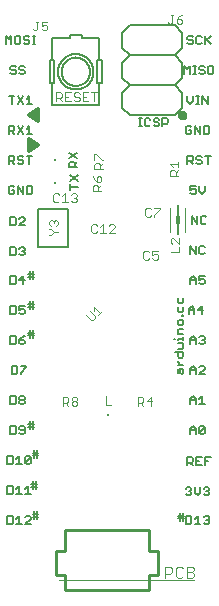
<source format=gbr>
G04 EAGLE Gerber RS-274X export*
G75*
%MOMM*%
%FSLAX34Y34*%
%LPD*%
%INSilkscreen Top*%
%IPPOS*%
%AMOC8*
5,1,8,0,0,1.08239X$1,22.5*%
G01*
%ADD10C,0.304800*%
%ADD11C,0.406400*%
%ADD12C,0.127000*%
%ADD13C,0.050800*%
%ADD14C,0.254000*%
%ADD15C,0.076200*%
%ADD16C,0.152400*%
%ADD17C,0.070000*%
%ADD18R,0.300000X0.700000*%
%ADD19R,0.200000X0.200000*%


D10*
X30480Y388620D02*
X22860Y393700D01*
X30480Y398780D01*
X30480Y388620D01*
X22860Y373380D02*
X30226Y368300D01*
X22860Y373380D02*
X22860Y363220D01*
X30226Y368300D01*
D11*
X27432Y392684D02*
X27432Y394716D01*
X25908Y369316D02*
X25908Y367538D01*
X150604Y393700D02*
X150606Y393784D01*
X150612Y393868D01*
X150622Y393952D01*
X150635Y394035D01*
X150653Y394117D01*
X150675Y394199D01*
X150700Y394279D01*
X150729Y394358D01*
X150762Y394436D01*
X150798Y394512D01*
X150838Y394586D01*
X150881Y394658D01*
X150927Y394728D01*
X150977Y394796D01*
X151030Y394862D01*
X151086Y394925D01*
X151145Y394985D01*
X151207Y395042D01*
X151271Y395097D01*
X151338Y395148D01*
X151407Y395196D01*
X151478Y395241D01*
X151551Y395283D01*
X151626Y395321D01*
X151703Y395355D01*
X151781Y395386D01*
X151861Y395413D01*
X151942Y395437D01*
X152024Y395456D01*
X152107Y395472D01*
X152190Y395484D01*
X152274Y395492D01*
X152358Y395496D01*
X152442Y395496D01*
X152526Y395492D01*
X152610Y395484D01*
X152693Y395472D01*
X152776Y395456D01*
X152858Y395437D01*
X152939Y395413D01*
X153019Y395386D01*
X153097Y395355D01*
X153174Y395321D01*
X153249Y395283D01*
X153322Y395241D01*
X153393Y395196D01*
X153462Y395148D01*
X153529Y395097D01*
X153593Y395042D01*
X153655Y394985D01*
X153714Y394925D01*
X153770Y394862D01*
X153823Y394796D01*
X153873Y394728D01*
X153919Y394658D01*
X153962Y394586D01*
X154002Y394512D01*
X154038Y394436D01*
X154071Y394358D01*
X154100Y394279D01*
X154125Y394199D01*
X154147Y394117D01*
X154165Y394035D01*
X154178Y393952D01*
X154188Y393868D01*
X154194Y393784D01*
X154196Y393700D01*
X154194Y393616D01*
X154188Y393532D01*
X154178Y393448D01*
X154165Y393365D01*
X154147Y393283D01*
X154125Y393201D01*
X154100Y393121D01*
X154071Y393042D01*
X154038Y392964D01*
X154002Y392888D01*
X153962Y392814D01*
X153919Y392742D01*
X153873Y392672D01*
X153823Y392604D01*
X153770Y392538D01*
X153714Y392475D01*
X153655Y392415D01*
X153593Y392358D01*
X153529Y392303D01*
X153462Y392252D01*
X153393Y392204D01*
X153322Y392159D01*
X153249Y392117D01*
X153174Y392079D01*
X153097Y392045D01*
X153019Y392014D01*
X152939Y391987D01*
X152858Y391963D01*
X152776Y391944D01*
X152693Y391928D01*
X152610Y391916D01*
X152526Y391908D01*
X152442Y391904D01*
X152358Y391904D01*
X152274Y391908D01*
X152190Y391916D01*
X152107Y391928D01*
X152024Y391944D01*
X151942Y391963D01*
X151861Y391987D01*
X151781Y392014D01*
X151703Y392045D01*
X151626Y392079D01*
X151551Y392117D01*
X151478Y392159D01*
X151407Y392204D01*
X151338Y392252D01*
X151271Y392303D01*
X151207Y392358D01*
X151145Y392415D01*
X151086Y392475D01*
X151030Y392538D01*
X150977Y392604D01*
X150927Y392672D01*
X150881Y392742D01*
X150838Y392814D01*
X150798Y392888D01*
X150762Y392964D01*
X150729Y393042D01*
X150700Y393121D01*
X150675Y393201D01*
X150653Y393283D01*
X150635Y393365D01*
X150622Y393448D01*
X150612Y393532D01*
X150606Y393616D01*
X150604Y393700D01*
D12*
X8003Y403225D02*
X8003Y410089D01*
X5715Y410089D02*
X10291Y410089D01*
X13199Y410089D02*
X17775Y403225D01*
X13199Y403225D02*
X17775Y410089D01*
X20683Y407801D02*
X22971Y410089D01*
X22971Y403225D01*
X20683Y403225D02*
X25259Y403225D01*
X5715Y384689D02*
X5715Y377825D01*
X5715Y384689D02*
X9147Y384689D01*
X10291Y383545D01*
X10291Y381257D01*
X9147Y380113D01*
X5715Y380113D01*
X8003Y380113D02*
X10291Y377825D01*
X13199Y384689D02*
X17775Y377825D01*
X13199Y377825D02*
X17775Y384689D01*
X20683Y382401D02*
X22971Y384689D01*
X22971Y377825D01*
X20683Y377825D02*
X25259Y377825D01*
X5715Y359289D02*
X5715Y352425D01*
X5715Y359289D02*
X9147Y359289D01*
X10291Y358145D01*
X10291Y355857D01*
X9147Y354713D01*
X5715Y354713D01*
X8003Y354713D02*
X10291Y352425D01*
X16631Y359289D02*
X17775Y358145D01*
X16631Y359289D02*
X14343Y359289D01*
X13199Y358145D01*
X13199Y357001D01*
X14343Y355857D01*
X16631Y355857D01*
X17775Y354713D01*
X17775Y353569D01*
X16631Y352425D01*
X14343Y352425D01*
X13199Y353569D01*
X22971Y352425D02*
X22971Y359289D01*
X20683Y359289D02*
X25259Y359289D01*
X9147Y333889D02*
X10291Y332745D01*
X9147Y333889D02*
X6859Y333889D01*
X5715Y332745D01*
X5715Y328169D01*
X6859Y327025D01*
X9147Y327025D01*
X10291Y328169D01*
X10291Y330457D01*
X8003Y330457D01*
X13199Y327025D02*
X13199Y333889D01*
X17775Y327025D01*
X17775Y333889D01*
X20683Y333889D02*
X20683Y327025D01*
X24115Y327025D01*
X25259Y328169D01*
X25259Y332745D01*
X24115Y333889D01*
X20683Y333889D01*
X6985Y307219D02*
X6985Y300355D01*
X10417Y300355D01*
X11561Y301499D01*
X11561Y306075D01*
X10417Y307219D01*
X6985Y307219D01*
X14469Y300355D02*
X19045Y300355D01*
X14469Y300355D02*
X19045Y304931D01*
X19045Y306075D01*
X17901Y307219D01*
X15613Y307219D01*
X14469Y306075D01*
X6985Y281819D02*
X6985Y274955D01*
X10417Y274955D01*
X11561Y276099D01*
X11561Y280675D01*
X10417Y281819D01*
X6985Y281819D01*
X14469Y280675D02*
X15613Y281819D01*
X17901Y281819D01*
X19045Y280675D01*
X19045Y279531D01*
X17901Y278387D01*
X16757Y278387D01*
X17901Y278387D02*
X19045Y277243D01*
X19045Y276099D01*
X17901Y274955D01*
X15613Y274955D01*
X14469Y276099D01*
X6985Y257689D02*
X6985Y250825D01*
X10417Y250825D01*
X11561Y251969D01*
X11561Y256545D01*
X10417Y257689D01*
X6985Y257689D01*
X17901Y257689D02*
X17901Y250825D01*
X14469Y254257D02*
X17901Y257689D01*
X19045Y254257D02*
X14469Y254257D01*
X6985Y232289D02*
X6985Y225425D01*
X10417Y225425D01*
X11561Y226569D01*
X11561Y231145D01*
X10417Y232289D01*
X6985Y232289D01*
X14469Y232289D02*
X19045Y232289D01*
X14469Y232289D02*
X14469Y228857D01*
X16757Y230001D01*
X17901Y230001D01*
X19045Y228857D01*
X19045Y226569D01*
X17901Y225425D01*
X15613Y225425D01*
X14469Y226569D01*
X6985Y206889D02*
X6985Y200025D01*
X10417Y200025D01*
X11561Y201169D01*
X11561Y205745D01*
X10417Y206889D01*
X6985Y206889D01*
X16757Y205745D02*
X19045Y206889D01*
X16757Y205745D02*
X14469Y203457D01*
X14469Y201169D01*
X15613Y200025D01*
X17901Y200025D01*
X19045Y201169D01*
X19045Y202313D01*
X17901Y203457D01*
X14469Y203457D01*
X8255Y181489D02*
X8255Y174625D01*
X11687Y174625D01*
X12831Y175769D01*
X12831Y180345D01*
X11687Y181489D01*
X8255Y181489D01*
X15739Y181489D02*
X20315Y181489D01*
X20315Y180345D01*
X15739Y175769D01*
X15739Y174625D01*
X6985Y156089D02*
X6985Y149225D01*
X10417Y149225D01*
X11561Y150369D01*
X11561Y154945D01*
X10417Y156089D01*
X6985Y156089D01*
X14469Y154945D02*
X15613Y156089D01*
X17901Y156089D01*
X19045Y154945D01*
X19045Y153801D01*
X17901Y152657D01*
X19045Y151513D01*
X19045Y150369D01*
X17901Y149225D01*
X15613Y149225D01*
X14469Y150369D01*
X14469Y151513D01*
X15613Y152657D01*
X14469Y153801D01*
X14469Y154945D01*
X15613Y152657D02*
X17901Y152657D01*
X6985Y130689D02*
X6985Y123825D01*
X10417Y123825D01*
X11561Y124969D01*
X11561Y129545D01*
X10417Y130689D01*
X6985Y130689D01*
X14469Y124969D02*
X15613Y123825D01*
X17901Y123825D01*
X19045Y124969D01*
X19045Y129545D01*
X17901Y130689D01*
X15613Y130689D01*
X14469Y129545D01*
X14469Y128401D01*
X15613Y127257D01*
X19045Y127257D01*
X4445Y105289D02*
X4445Y98425D01*
X7877Y98425D01*
X9021Y99569D01*
X9021Y104145D01*
X7877Y105289D01*
X4445Y105289D01*
X11929Y103001D02*
X14217Y105289D01*
X14217Y98425D01*
X11929Y98425D02*
X16505Y98425D01*
X19413Y99569D02*
X19413Y104145D01*
X20557Y105289D01*
X22845Y105289D01*
X23989Y104145D01*
X23989Y99569D01*
X22845Y98425D01*
X20557Y98425D01*
X19413Y99569D01*
X23989Y104145D01*
X4445Y79889D02*
X4445Y73025D01*
X7877Y73025D01*
X9021Y74169D01*
X9021Y78745D01*
X7877Y79889D01*
X4445Y79889D01*
X11929Y77601D02*
X14217Y79889D01*
X14217Y73025D01*
X11929Y73025D02*
X16505Y73025D01*
X19413Y77601D02*
X21701Y79889D01*
X21701Y73025D01*
X19413Y73025D02*
X23989Y73025D01*
X4445Y54489D02*
X4445Y47625D01*
X7877Y47625D01*
X9021Y48769D01*
X9021Y53345D01*
X7877Y54489D01*
X4445Y54489D01*
X11929Y52201D02*
X14217Y54489D01*
X14217Y47625D01*
X11929Y47625D02*
X16505Y47625D01*
X19413Y47625D02*
X23989Y47625D01*
X19413Y47625D02*
X23989Y52201D01*
X23989Y53345D01*
X22845Y54489D01*
X20557Y54489D01*
X19413Y53345D01*
X155575Y54489D02*
X155575Y47625D01*
X159007Y47625D01*
X160151Y48769D01*
X160151Y53345D01*
X159007Y54489D01*
X155575Y54489D01*
X163059Y52201D02*
X165347Y54489D01*
X165347Y47625D01*
X163059Y47625D02*
X167635Y47625D01*
X170543Y53345D02*
X171687Y54489D01*
X173975Y54489D01*
X175119Y53345D01*
X175119Y52201D01*
X173975Y51057D01*
X172831Y51057D01*
X173975Y51057D02*
X175119Y49913D01*
X175119Y48769D01*
X173975Y47625D01*
X171687Y47625D01*
X170543Y48769D01*
X155575Y77475D02*
X156719Y78619D01*
X159007Y78619D01*
X160151Y77475D01*
X160151Y76331D01*
X159007Y75187D01*
X157863Y75187D01*
X159007Y75187D02*
X160151Y74043D01*
X160151Y72899D01*
X159007Y71755D01*
X156719Y71755D01*
X155575Y72899D01*
X163059Y74043D02*
X163059Y78619D01*
X163059Y74043D02*
X165347Y71755D01*
X167635Y74043D01*
X167635Y78619D01*
X170543Y77475D02*
X171687Y78619D01*
X173975Y78619D01*
X175119Y77475D01*
X175119Y76331D01*
X173975Y75187D01*
X172831Y75187D01*
X173975Y75187D02*
X175119Y74043D01*
X175119Y72899D01*
X173975Y71755D01*
X171687Y71755D01*
X170543Y72899D01*
X156845Y97155D02*
X156845Y104019D01*
X160277Y104019D01*
X161421Y102875D01*
X161421Y100587D01*
X160277Y99443D01*
X156845Y99443D01*
X159133Y99443D02*
X161421Y97155D01*
X164329Y104019D02*
X168905Y104019D01*
X164329Y104019D02*
X164329Y97155D01*
X168905Y97155D01*
X166617Y100587D02*
X164329Y100587D01*
X171813Y97155D02*
X171813Y104019D01*
X176389Y104019D01*
X174101Y100587D02*
X171813Y100587D01*
X159385Y123825D02*
X159385Y128401D01*
X161673Y130689D01*
X163961Y128401D01*
X163961Y123825D01*
X163961Y127257D02*
X159385Y127257D01*
X166869Y124969D02*
X166869Y129545D01*
X168013Y130689D01*
X170301Y130689D01*
X171445Y129545D01*
X171445Y124969D01*
X170301Y123825D01*
X168013Y123825D01*
X166869Y124969D01*
X171445Y129545D01*
X159385Y149225D02*
X159385Y153801D01*
X161673Y156089D01*
X163961Y153801D01*
X163961Y149225D01*
X163961Y152657D02*
X159385Y152657D01*
X166869Y153801D02*
X169157Y156089D01*
X169157Y149225D01*
X166869Y149225D02*
X171445Y149225D01*
X159385Y174625D02*
X159385Y179201D01*
X161673Y181489D01*
X163961Y179201D01*
X163961Y174625D01*
X163961Y178057D02*
X159385Y178057D01*
X166869Y174625D02*
X171445Y174625D01*
X166869Y174625D02*
X171445Y179201D01*
X171445Y180345D01*
X170301Y181489D01*
X168013Y181489D01*
X166869Y180345D01*
X159385Y200025D02*
X159385Y204601D01*
X161673Y206889D01*
X163961Y204601D01*
X163961Y200025D01*
X163961Y203457D02*
X159385Y203457D01*
X166869Y205745D02*
X168013Y206889D01*
X170301Y206889D01*
X171445Y205745D01*
X171445Y204601D01*
X170301Y203457D01*
X169157Y203457D01*
X170301Y203457D02*
X171445Y202313D01*
X171445Y201169D01*
X170301Y200025D01*
X168013Y200025D01*
X166869Y201169D01*
X158115Y225425D02*
X158115Y230001D01*
X160403Y232289D01*
X162691Y230001D01*
X162691Y225425D01*
X162691Y228857D02*
X158115Y228857D01*
X169031Y225425D02*
X169031Y232289D01*
X165599Y228857D01*
X170175Y228857D01*
X159385Y250825D02*
X159385Y255401D01*
X161673Y257689D01*
X163961Y255401D01*
X163961Y250825D01*
X163961Y254257D02*
X159385Y254257D01*
X166869Y257689D02*
X171445Y257689D01*
X166869Y257689D02*
X166869Y254257D01*
X169157Y255401D01*
X170301Y255401D01*
X171445Y254257D01*
X171445Y251969D01*
X170301Y250825D01*
X168013Y250825D01*
X166869Y251969D01*
X159385Y276225D02*
X159385Y283089D01*
X163961Y276225D01*
X163961Y283089D01*
X170301Y283089D02*
X171445Y281945D01*
X170301Y283089D02*
X168013Y283089D01*
X166869Y281945D01*
X166869Y277369D01*
X168013Y276225D01*
X170301Y276225D01*
X171445Y277369D01*
X160655Y301625D02*
X160655Y308489D01*
X165231Y301625D01*
X165231Y308489D01*
X171571Y308489D02*
X172715Y307345D01*
X171571Y308489D02*
X169283Y308489D01*
X168139Y307345D01*
X168139Y302769D01*
X169283Y301625D01*
X171571Y301625D01*
X172715Y302769D01*
X163961Y333889D02*
X159385Y333889D01*
X159385Y330457D01*
X161673Y331601D01*
X162817Y331601D01*
X163961Y330457D01*
X163961Y328169D01*
X162817Y327025D01*
X160529Y327025D01*
X159385Y328169D01*
X166869Y329313D02*
X166869Y333889D01*
X166869Y329313D02*
X169157Y327025D01*
X171445Y329313D01*
X171445Y333889D01*
X156845Y352425D02*
X156845Y359289D01*
X160277Y359289D01*
X161421Y358145D01*
X161421Y355857D01*
X160277Y354713D01*
X156845Y354713D01*
X159133Y354713D02*
X161421Y352425D01*
X167761Y359289D02*
X168905Y358145D01*
X167761Y359289D02*
X165473Y359289D01*
X164329Y358145D01*
X164329Y357001D01*
X165473Y355857D01*
X167761Y355857D01*
X168905Y354713D01*
X168905Y353569D01*
X167761Y352425D01*
X165473Y352425D01*
X164329Y353569D01*
X174101Y352425D02*
X174101Y359289D01*
X171813Y359289D02*
X176389Y359289D01*
X160151Y383545D02*
X159007Y384689D01*
X156719Y384689D01*
X155575Y383545D01*
X155575Y378969D01*
X156719Y377825D01*
X159007Y377825D01*
X160151Y378969D01*
X160151Y381257D01*
X157863Y381257D01*
X163059Y377825D02*
X163059Y384689D01*
X167635Y377825D01*
X167635Y384689D01*
X170543Y384689D02*
X170543Y377825D01*
X173975Y377825D01*
X175119Y378969D01*
X175119Y383545D01*
X173975Y384689D01*
X170543Y384689D01*
X156845Y405513D02*
X156845Y410089D01*
X156845Y405513D02*
X159133Y403225D01*
X161421Y405513D01*
X161421Y410089D01*
X164329Y403225D02*
X166617Y403225D01*
X165473Y403225D02*
X165473Y410089D01*
X164329Y410089D02*
X166617Y410089D01*
X169319Y410089D02*
X169319Y403225D01*
X173895Y403225D02*
X169319Y410089D01*
X173895Y410089D02*
X173895Y403225D01*
X117985Y384175D02*
X115697Y384175D01*
X116841Y384175D02*
X116841Y391039D01*
X115697Y391039D02*
X117985Y391039D01*
X124118Y391039D02*
X125262Y389895D01*
X124118Y391039D02*
X121830Y391039D01*
X120686Y389895D01*
X120686Y385319D01*
X121830Y384175D01*
X124118Y384175D01*
X125262Y385319D01*
X131603Y391039D02*
X132747Y389895D01*
X131603Y391039D02*
X129315Y391039D01*
X128171Y389895D01*
X128171Y388751D01*
X129315Y387607D01*
X131603Y387607D01*
X132747Y386463D01*
X132747Y385319D01*
X131603Y384175D01*
X129315Y384175D01*
X128171Y385319D01*
X135655Y384175D02*
X135655Y391039D01*
X139087Y391039D01*
X140231Y389895D01*
X140231Y387607D01*
X139087Y386463D01*
X135655Y386463D01*
X63916Y333010D02*
X57052Y333010D01*
X57052Y330722D02*
X57052Y335298D01*
X57052Y338206D02*
X63916Y342782D01*
X63916Y338206D02*
X57052Y342782D01*
X56713Y349885D02*
X63576Y349885D01*
X56713Y349885D02*
X56713Y353317D01*
X57857Y354461D01*
X60145Y354461D01*
X61289Y353317D01*
X61289Y349885D01*
X61289Y352173D02*
X63576Y354461D01*
X56713Y357369D02*
X63576Y361945D01*
X63576Y357369D02*
X56713Y361945D01*
X27179Y110369D02*
X27179Y103505D01*
X29467Y103505D02*
X29467Y110369D01*
X29467Y108081D02*
X26035Y108081D01*
X29467Y108081D02*
X30611Y108081D01*
X30611Y105793D02*
X26035Y105793D01*
X25909Y83699D02*
X25909Y76835D01*
X28197Y76835D02*
X28197Y83699D01*
X28197Y81411D02*
X24765Y81411D01*
X28197Y81411D02*
X29341Y81411D01*
X29341Y79123D02*
X24765Y79123D01*
X27179Y58299D02*
X27179Y51435D01*
X29467Y51435D02*
X29467Y58299D01*
X29467Y56011D02*
X26035Y56011D01*
X29467Y56011D02*
X30611Y56011D01*
X30611Y53723D02*
X26035Y53723D01*
X23369Y205105D02*
X23369Y211969D01*
X25657Y211969D02*
X25657Y205105D01*
X25657Y209681D02*
X22225Y209681D01*
X25657Y209681D02*
X26801Y209681D01*
X26801Y207393D02*
X22225Y207393D01*
X23369Y229235D02*
X23369Y236099D01*
X25657Y236099D02*
X25657Y229235D01*
X25657Y233811D02*
X22225Y233811D01*
X25657Y233811D02*
X26801Y233811D01*
X26801Y231523D02*
X22225Y231523D01*
X23369Y134499D02*
X23369Y127635D01*
X25657Y127635D02*
X25657Y134499D01*
X25657Y132211D02*
X22225Y132211D01*
X25657Y132211D02*
X26801Y132211D01*
X26801Y129923D02*
X22225Y129923D01*
X148459Y175769D02*
X148459Y178057D01*
X149603Y179201D01*
X153035Y179201D01*
X153035Y175769D01*
X151891Y174625D01*
X150747Y175769D01*
X150747Y179201D01*
X153035Y182109D02*
X148459Y182109D01*
X150747Y182109D02*
X148459Y184397D01*
X148459Y185541D01*
X146171Y192922D02*
X153035Y192922D01*
X153035Y189490D01*
X151891Y188346D01*
X149603Y188346D01*
X148459Y189490D01*
X148459Y192922D01*
X148459Y195830D02*
X151891Y195830D01*
X153035Y196974D01*
X153035Y200406D01*
X148459Y200406D01*
X148459Y203314D02*
X148459Y204458D01*
X153035Y204458D01*
X153035Y203314D02*
X153035Y205602D01*
X146171Y204458D02*
X145027Y204458D01*
X148459Y208304D02*
X153035Y208304D01*
X148459Y208304D02*
X148459Y211736D01*
X149603Y212880D01*
X153035Y212880D01*
X153035Y216932D02*
X153035Y219220D01*
X151891Y220364D01*
X149603Y220364D01*
X148459Y219220D01*
X148459Y216932D01*
X149603Y215788D01*
X151891Y215788D01*
X153035Y216932D01*
X153035Y223272D02*
X151891Y223272D01*
X151891Y224416D01*
X153035Y224416D01*
X153035Y223272D01*
X148459Y228158D02*
X148459Y231590D01*
X148459Y228158D02*
X149603Y227014D01*
X151891Y227014D01*
X153035Y228158D01*
X153035Y231590D01*
X148459Y235642D02*
X148459Y239074D01*
X148459Y235642D02*
X149603Y234498D01*
X151891Y234498D01*
X153035Y235642D01*
X153035Y239074D01*
X150369Y57029D02*
X150369Y50165D01*
X152657Y50165D02*
X152657Y57029D01*
X152657Y54741D02*
X149225Y54741D01*
X152657Y54741D02*
X153801Y54741D01*
X153801Y52453D02*
X149225Y52453D01*
X23369Y254635D02*
X23369Y261499D01*
X25657Y261499D02*
X25657Y254635D01*
X25657Y259211D02*
X22225Y259211D01*
X25657Y259211D02*
X26801Y259211D01*
X26801Y256923D02*
X22225Y256923D01*
X11561Y434345D02*
X10417Y435489D01*
X8129Y435489D01*
X6985Y434345D01*
X6985Y433201D01*
X8129Y432057D01*
X10417Y432057D01*
X11561Y430913D01*
X11561Y429769D01*
X10417Y428625D01*
X8129Y428625D01*
X6985Y429769D01*
X17901Y435489D02*
X19045Y434345D01*
X17901Y435489D02*
X15613Y435489D01*
X14469Y434345D01*
X14469Y433201D01*
X15613Y432057D01*
X17901Y432057D01*
X19045Y430913D01*
X19045Y429769D01*
X17901Y428625D01*
X15613Y428625D01*
X14469Y429769D01*
X3175Y454025D02*
X3175Y460889D01*
X5463Y458601D01*
X7751Y460889D01*
X7751Y454025D01*
X11803Y460889D02*
X14091Y460889D01*
X11803Y460889D02*
X10659Y459745D01*
X10659Y455169D01*
X11803Y454025D01*
X14091Y454025D01*
X15235Y455169D01*
X15235Y459745D01*
X14091Y460889D01*
X21575Y460889D02*
X22719Y459745D01*
X21575Y460889D02*
X19287Y460889D01*
X18143Y459745D01*
X18143Y458601D01*
X19287Y457457D01*
X21575Y457457D01*
X22719Y456313D01*
X22719Y455169D01*
X21575Y454025D01*
X19287Y454025D01*
X18143Y455169D01*
X25627Y454025D02*
X27915Y454025D01*
X26771Y454025D02*
X26771Y460889D01*
X25627Y460889D02*
X27915Y460889D01*
X160277Y460889D02*
X161421Y459745D01*
X160277Y460889D02*
X157989Y460889D01*
X156845Y459745D01*
X156845Y458601D01*
X157989Y457457D01*
X160277Y457457D01*
X161421Y456313D01*
X161421Y455169D01*
X160277Y454025D01*
X157989Y454025D01*
X156845Y455169D01*
X167761Y460889D02*
X168905Y459745D01*
X167761Y460889D02*
X165473Y460889D01*
X164329Y459745D01*
X164329Y455169D01*
X165473Y454025D01*
X167761Y454025D01*
X168905Y455169D01*
X171813Y454025D02*
X171813Y460889D01*
X171813Y456313D02*
X176389Y460889D01*
X172957Y457457D02*
X176389Y454025D01*
X154305Y435489D02*
X154305Y428625D01*
X156593Y433201D02*
X154305Y435489D01*
X156593Y433201D02*
X158881Y435489D01*
X158881Y428625D01*
X161789Y428625D02*
X164077Y428625D01*
X162933Y428625D02*
X162933Y435489D01*
X161789Y435489D02*
X164077Y435489D01*
X170211Y435489D02*
X171355Y434345D01*
X170211Y435489D02*
X167923Y435489D01*
X166779Y434345D01*
X166779Y433201D01*
X167923Y432057D01*
X170211Y432057D01*
X171355Y430913D01*
X171355Y429769D01*
X170211Y428625D01*
X167923Y428625D01*
X166779Y429769D01*
X175407Y435489D02*
X177695Y435489D01*
X175407Y435489D02*
X174263Y434345D01*
X174263Y429769D01*
X175407Y428625D01*
X177695Y428625D01*
X178839Y429769D01*
X178839Y434345D01*
X177695Y435489D01*
D13*
X162560Y0D02*
X48260Y0D01*
D14*
X53340Y42418D02*
X124460Y42418D01*
X124460Y24638D01*
X132080Y24638D01*
X132080Y4318D01*
X124460Y4318D01*
X124460Y-8382D01*
X53340Y-8382D01*
X53340Y4318D01*
X45720Y4318D01*
X45720Y24638D01*
X53340Y24638D01*
X53340Y42418D01*
D15*
X137541Y11565D02*
X137541Y2159D01*
X137541Y11565D02*
X142244Y11565D01*
X143812Y9997D01*
X143812Y6862D01*
X142244Y5294D01*
X137541Y5294D01*
X151599Y11565D02*
X153167Y9997D01*
X151599Y11565D02*
X148464Y11565D01*
X146896Y9997D01*
X146896Y3727D01*
X148464Y2159D01*
X151599Y2159D01*
X153167Y3727D01*
X156251Y2159D02*
X156251Y11565D01*
X160954Y11565D01*
X162522Y9997D01*
X162522Y8430D01*
X160954Y6862D01*
X162522Y5294D01*
X162522Y3727D01*
X160954Y2159D01*
X156251Y2159D01*
X156251Y6862D02*
X160954Y6862D01*
D16*
X146050Y393700D02*
X152400Y400050D01*
X152400Y412750D02*
X146050Y419100D01*
X152400Y425450D01*
X152400Y438150D02*
X146050Y444500D01*
X146050Y393700D02*
X107950Y393700D01*
X101600Y400050D01*
X101600Y412750D01*
X107950Y419100D01*
X101600Y425450D01*
X101600Y438150D01*
X107950Y444500D01*
X107950Y419100D02*
X146050Y419100D01*
X146050Y444500D02*
X107950Y444500D01*
X152400Y438150D02*
X152400Y425450D01*
X152400Y412750D02*
X152400Y400050D01*
X146050Y444500D02*
X152400Y450850D01*
X152400Y463550D02*
X146050Y469900D01*
X107950Y444500D02*
X101600Y450850D01*
X101600Y463550D01*
X107950Y469900D01*
X146050Y469900D01*
X152400Y463550D02*
X152400Y450850D01*
D15*
X123193Y278771D02*
X124422Y277543D01*
X123193Y278771D02*
X120736Y278771D01*
X119507Y277543D01*
X119507Y272628D01*
X120736Y271399D01*
X123193Y271399D01*
X124422Y272628D01*
X126991Y278771D02*
X131906Y278771D01*
X126991Y278771D02*
X126991Y275085D01*
X129449Y276314D01*
X130677Y276314D01*
X131906Y275085D01*
X131906Y272628D01*
X130677Y271399D01*
X128220Y271399D01*
X126991Y272628D01*
X141853Y342011D02*
X149225Y342011D01*
X141853Y342011D02*
X141853Y345697D01*
X143081Y346926D01*
X145539Y346926D01*
X146768Y345697D01*
X146768Y342011D01*
X146768Y344468D02*
X149225Y346926D01*
X144310Y349495D02*
X141853Y351953D01*
X149225Y351953D01*
X149225Y354410D02*
X149225Y349495D01*
D12*
X148590Y317800D02*
X148590Y292800D01*
D17*
X154840Y294800D02*
X154840Y314800D01*
X142340Y314800D02*
X142340Y294800D01*
D18*
X148590Y304800D03*
D15*
X149860Y277495D02*
X142488Y277495D01*
X149860Y277495D02*
X149860Y282410D01*
X149860Y284979D02*
X149860Y289894D01*
X149860Y284979D02*
X144945Y289894D01*
X143716Y289894D01*
X142488Y288665D01*
X142488Y286208D01*
X143716Y284979D01*
X125946Y313865D02*
X124717Y315093D01*
X122260Y315093D01*
X121031Y313865D01*
X121031Y308950D01*
X122260Y307721D01*
X124717Y307721D01*
X125946Y308950D01*
X128515Y315093D02*
X133430Y315093D01*
X133430Y313865D01*
X128515Y308950D01*
X128515Y307721D01*
D19*
X89900Y139700D03*
D15*
X87503Y148717D02*
X87503Y156089D01*
X87503Y148717D02*
X92418Y148717D01*
X80226Y300149D02*
X78997Y301377D01*
X76540Y301377D01*
X75311Y300149D01*
X75311Y295234D01*
X76540Y294005D01*
X78997Y294005D01*
X80226Y295234D01*
X82795Y298920D02*
X85253Y301377D01*
X85253Y294005D01*
X87710Y294005D02*
X82795Y294005D01*
X90279Y294005D02*
X95194Y294005D01*
X90279Y294005D02*
X95194Y298920D01*
X95194Y300149D01*
X93965Y301377D01*
X91508Y301377D01*
X90279Y300149D01*
X48222Y326311D02*
X46993Y327539D01*
X44536Y327539D01*
X43307Y326311D01*
X43307Y321396D01*
X44536Y320167D01*
X46993Y320167D01*
X48222Y321396D01*
X50791Y325082D02*
X53249Y327539D01*
X53249Y320167D01*
X55706Y320167D02*
X50791Y320167D01*
X58275Y326311D02*
X59504Y327539D01*
X61961Y327539D01*
X63190Y326311D01*
X63190Y325082D01*
X61961Y323853D01*
X60733Y323853D01*
X61961Y323853D02*
X63190Y322624D01*
X63190Y321396D01*
X61961Y320167D01*
X59504Y320167D01*
X58275Y321396D01*
D19*
X44720Y355600D03*
X44720Y336550D03*
D15*
X114681Y155073D02*
X114681Y147701D01*
X114681Y155073D02*
X118367Y155073D01*
X119596Y153845D01*
X119596Y151387D01*
X118367Y150158D01*
X114681Y150158D01*
X117138Y150158D02*
X119596Y147701D01*
X125851Y147701D02*
X125851Y155073D01*
X122165Y151387D01*
X127080Y151387D01*
X83947Y329565D02*
X76575Y329565D01*
X76575Y333251D01*
X77803Y334480D01*
X80261Y334480D01*
X81490Y333251D01*
X81490Y329565D01*
X81490Y332022D02*
X83947Y334480D01*
X77803Y339507D02*
X76575Y341964D01*
X77803Y339507D02*
X80261Y337049D01*
X82718Y337049D01*
X83947Y338278D01*
X83947Y340735D01*
X82718Y341964D01*
X81490Y341964D01*
X80261Y340735D01*
X80261Y337049D01*
X78099Y348125D02*
X85471Y348125D01*
X78099Y348125D02*
X78099Y351811D01*
X79327Y353040D01*
X81785Y353040D01*
X83014Y351811D01*
X83014Y348125D01*
X83014Y350582D02*
X85471Y353040D01*
X78099Y355609D02*
X78099Y360524D01*
X79327Y360524D01*
X84242Y355609D01*
X85471Y355609D01*
X51181Y155073D02*
X51181Y147701D01*
X51181Y155073D02*
X54867Y155073D01*
X56096Y153845D01*
X56096Y151387D01*
X54867Y150158D01*
X51181Y150158D01*
X53638Y150158D02*
X56096Y147701D01*
X58665Y153845D02*
X59894Y155073D01*
X62351Y155073D01*
X63580Y153845D01*
X63580Y152616D01*
X62351Y151387D01*
X63580Y150158D01*
X63580Y148930D01*
X62351Y147701D01*
X59894Y147701D01*
X58665Y148930D01*
X58665Y150158D01*
X59894Y151387D01*
X58665Y152616D01*
X58665Y153845D01*
X59894Y151387D02*
X62351Y151387D01*
D12*
X55680Y314450D02*
X30680Y314450D01*
X55680Y314450D02*
X55680Y282450D01*
X30680Y282450D01*
X30680Y314450D01*
D15*
X39747Y292491D02*
X40975Y292491D01*
X43433Y294948D01*
X40975Y297406D01*
X39747Y297406D01*
X43433Y294948D02*
X47119Y294948D01*
X40975Y299975D02*
X39747Y301204D01*
X39747Y303661D01*
X40975Y304890D01*
X42204Y304890D01*
X43433Y303661D01*
X43433Y302433D01*
X43433Y303661D02*
X44662Y304890D01*
X45890Y304890D01*
X47119Y303661D01*
X47119Y301204D01*
X45890Y299975D01*
X70783Y224346D02*
X75127Y220002D01*
X76864Y220002D01*
X78602Y221740D01*
X78602Y223477D01*
X74258Y227821D01*
X77812Y227900D02*
X77812Y231376D01*
X83025Y226163D01*
X81288Y224425D02*
X84763Y227900D01*
D12*
X47230Y430530D02*
X47235Y430898D01*
X47248Y431266D01*
X47271Y431633D01*
X47302Y432000D01*
X47343Y432366D01*
X47392Y432731D01*
X47451Y433094D01*
X47518Y433456D01*
X47594Y433817D01*
X47680Y434175D01*
X47773Y434531D01*
X47876Y434884D01*
X47987Y435235D01*
X48107Y435583D01*
X48235Y435928D01*
X48372Y436270D01*
X48517Y436609D01*
X48670Y436943D01*
X48832Y437274D01*
X49001Y437601D01*
X49179Y437923D01*
X49364Y438242D01*
X49557Y438555D01*
X49758Y438864D01*
X49966Y439167D01*
X50182Y439465D01*
X50405Y439758D01*
X50635Y440046D01*
X50872Y440328D01*
X51116Y440603D01*
X51366Y440873D01*
X51623Y441137D01*
X51887Y441394D01*
X52157Y441644D01*
X52432Y441888D01*
X52714Y442125D01*
X53002Y442355D01*
X53295Y442578D01*
X53593Y442794D01*
X53896Y443002D01*
X54205Y443203D01*
X54518Y443396D01*
X54837Y443581D01*
X55159Y443759D01*
X55486Y443928D01*
X55817Y444090D01*
X56151Y444243D01*
X56490Y444388D01*
X56832Y444525D01*
X57177Y444653D01*
X57525Y444773D01*
X57876Y444884D01*
X58229Y444987D01*
X58585Y445080D01*
X58943Y445166D01*
X59304Y445242D01*
X59666Y445309D01*
X60029Y445368D01*
X60394Y445417D01*
X60760Y445458D01*
X61127Y445489D01*
X61494Y445512D01*
X61862Y445525D01*
X62230Y445530D01*
X62598Y445525D01*
X62966Y445512D01*
X63333Y445489D01*
X63700Y445458D01*
X64066Y445417D01*
X64431Y445368D01*
X64794Y445309D01*
X65156Y445242D01*
X65517Y445166D01*
X65875Y445080D01*
X66231Y444987D01*
X66584Y444884D01*
X66935Y444773D01*
X67283Y444653D01*
X67628Y444525D01*
X67970Y444388D01*
X68309Y444243D01*
X68643Y444090D01*
X68974Y443928D01*
X69301Y443759D01*
X69623Y443581D01*
X69942Y443396D01*
X70255Y443203D01*
X70564Y443002D01*
X70867Y442794D01*
X71165Y442578D01*
X71458Y442355D01*
X71746Y442125D01*
X72028Y441888D01*
X72303Y441644D01*
X72573Y441394D01*
X72837Y441137D01*
X73094Y440873D01*
X73344Y440603D01*
X73588Y440328D01*
X73825Y440046D01*
X74055Y439758D01*
X74278Y439465D01*
X74494Y439167D01*
X74702Y438864D01*
X74903Y438555D01*
X75096Y438242D01*
X75281Y437923D01*
X75459Y437601D01*
X75628Y437274D01*
X75790Y436943D01*
X75943Y436609D01*
X76088Y436270D01*
X76225Y435928D01*
X76353Y435583D01*
X76473Y435235D01*
X76584Y434884D01*
X76687Y434531D01*
X76780Y434175D01*
X76866Y433817D01*
X76942Y433456D01*
X77009Y433094D01*
X77068Y432731D01*
X77117Y432366D01*
X77158Y432000D01*
X77189Y431633D01*
X77212Y431266D01*
X77225Y430898D01*
X77230Y430530D01*
X77225Y430162D01*
X77212Y429794D01*
X77189Y429427D01*
X77158Y429060D01*
X77117Y428694D01*
X77068Y428329D01*
X77009Y427966D01*
X76942Y427604D01*
X76866Y427243D01*
X76780Y426885D01*
X76687Y426529D01*
X76584Y426176D01*
X76473Y425825D01*
X76353Y425477D01*
X76225Y425132D01*
X76088Y424790D01*
X75943Y424451D01*
X75790Y424117D01*
X75628Y423786D01*
X75459Y423459D01*
X75281Y423137D01*
X75096Y422818D01*
X74903Y422505D01*
X74702Y422196D01*
X74494Y421893D01*
X74278Y421595D01*
X74055Y421302D01*
X73825Y421014D01*
X73588Y420732D01*
X73344Y420457D01*
X73094Y420187D01*
X72837Y419923D01*
X72573Y419666D01*
X72303Y419416D01*
X72028Y419172D01*
X71746Y418935D01*
X71458Y418705D01*
X71165Y418482D01*
X70867Y418266D01*
X70564Y418058D01*
X70255Y417857D01*
X69942Y417664D01*
X69623Y417479D01*
X69301Y417301D01*
X68974Y417132D01*
X68643Y416970D01*
X68309Y416817D01*
X67970Y416672D01*
X67628Y416535D01*
X67283Y416407D01*
X66935Y416287D01*
X66584Y416176D01*
X66231Y416073D01*
X65875Y415980D01*
X65517Y415894D01*
X65156Y415818D01*
X64794Y415751D01*
X64431Y415692D01*
X64066Y415643D01*
X63700Y415602D01*
X63333Y415571D01*
X62966Y415548D01*
X62598Y415535D01*
X62230Y415530D01*
X61862Y415535D01*
X61494Y415548D01*
X61127Y415571D01*
X60760Y415602D01*
X60394Y415643D01*
X60029Y415692D01*
X59666Y415751D01*
X59304Y415818D01*
X58943Y415894D01*
X58585Y415980D01*
X58229Y416073D01*
X57876Y416176D01*
X57525Y416287D01*
X57177Y416407D01*
X56832Y416535D01*
X56490Y416672D01*
X56151Y416817D01*
X55817Y416970D01*
X55486Y417132D01*
X55159Y417301D01*
X54837Y417479D01*
X54518Y417664D01*
X54205Y417857D01*
X53896Y418058D01*
X53593Y418266D01*
X53295Y418482D01*
X53002Y418705D01*
X52714Y418935D01*
X52432Y419172D01*
X52157Y419416D01*
X51887Y419666D01*
X51623Y419923D01*
X51366Y420187D01*
X51116Y420457D01*
X50872Y420732D01*
X50635Y421014D01*
X50405Y421302D01*
X50182Y421595D01*
X49966Y421893D01*
X49758Y422196D01*
X49557Y422505D01*
X49364Y422818D01*
X49179Y423137D01*
X49001Y423459D01*
X48832Y423786D01*
X48670Y424117D01*
X48517Y424451D01*
X48372Y424790D01*
X48235Y425132D01*
X48107Y425477D01*
X47987Y425825D01*
X47876Y426176D01*
X47773Y426529D01*
X47680Y426885D01*
X47594Y427243D01*
X47518Y427604D01*
X47451Y427966D01*
X47392Y428329D01*
X47343Y428694D01*
X47302Y429060D01*
X47271Y429427D01*
X47248Y429794D01*
X47235Y430162D01*
X47230Y430530D01*
X50230Y430530D02*
X50234Y430824D01*
X50244Y431119D01*
X50263Y431413D01*
X50288Y431706D01*
X50320Y431999D01*
X50360Y432291D01*
X50407Y432582D01*
X50461Y432871D01*
X50522Y433159D01*
X50590Y433446D01*
X50665Y433731D01*
X50747Y434013D01*
X50836Y434294D01*
X50931Y434573D01*
X51034Y434849D01*
X51143Y435122D01*
X51259Y435393D01*
X51382Y435661D01*
X51511Y435925D01*
X51647Y436187D01*
X51789Y436445D01*
X51937Y436699D01*
X52092Y436950D01*
X52252Y437197D01*
X52419Y437440D01*
X52592Y437678D01*
X52770Y437913D01*
X52954Y438143D01*
X53143Y438368D01*
X53339Y438589D01*
X53539Y438804D01*
X53745Y439015D01*
X53956Y439221D01*
X54171Y439421D01*
X54392Y439617D01*
X54617Y439806D01*
X54847Y439990D01*
X55082Y440168D01*
X55320Y440341D01*
X55563Y440508D01*
X55810Y440668D01*
X56061Y440823D01*
X56315Y440971D01*
X56573Y441113D01*
X56835Y441249D01*
X57099Y441378D01*
X57367Y441501D01*
X57638Y441617D01*
X57911Y441726D01*
X58187Y441829D01*
X58466Y441924D01*
X58747Y442013D01*
X59029Y442095D01*
X59314Y442170D01*
X59601Y442238D01*
X59889Y442299D01*
X60178Y442353D01*
X60469Y442400D01*
X60761Y442440D01*
X61054Y442472D01*
X61347Y442497D01*
X61641Y442516D01*
X61936Y442526D01*
X62230Y442530D01*
X62524Y442526D01*
X62819Y442516D01*
X63113Y442497D01*
X63406Y442472D01*
X63699Y442440D01*
X63991Y442400D01*
X64282Y442353D01*
X64571Y442299D01*
X64859Y442238D01*
X65146Y442170D01*
X65431Y442095D01*
X65713Y442013D01*
X65994Y441924D01*
X66273Y441829D01*
X66549Y441726D01*
X66822Y441617D01*
X67093Y441501D01*
X67361Y441378D01*
X67625Y441249D01*
X67887Y441113D01*
X68145Y440971D01*
X68399Y440823D01*
X68650Y440668D01*
X68897Y440508D01*
X69140Y440341D01*
X69378Y440168D01*
X69613Y439990D01*
X69843Y439806D01*
X70068Y439617D01*
X70289Y439421D01*
X70504Y439221D01*
X70715Y439015D01*
X70921Y438804D01*
X71121Y438589D01*
X71317Y438368D01*
X71506Y438143D01*
X71690Y437913D01*
X71868Y437678D01*
X72041Y437440D01*
X72208Y437197D01*
X72368Y436950D01*
X72523Y436699D01*
X72671Y436445D01*
X72813Y436187D01*
X72949Y435925D01*
X73078Y435661D01*
X73201Y435393D01*
X73317Y435122D01*
X73426Y434849D01*
X73529Y434573D01*
X73624Y434294D01*
X73713Y434013D01*
X73795Y433731D01*
X73870Y433446D01*
X73938Y433159D01*
X73999Y432871D01*
X74053Y432582D01*
X74100Y432291D01*
X74140Y431999D01*
X74172Y431706D01*
X74197Y431413D01*
X74216Y431119D01*
X74226Y430824D01*
X74230Y430530D01*
X74226Y430236D01*
X74216Y429941D01*
X74197Y429647D01*
X74172Y429354D01*
X74140Y429061D01*
X74100Y428769D01*
X74053Y428478D01*
X73999Y428189D01*
X73938Y427901D01*
X73870Y427614D01*
X73795Y427329D01*
X73713Y427047D01*
X73624Y426766D01*
X73529Y426487D01*
X73426Y426211D01*
X73317Y425938D01*
X73201Y425667D01*
X73078Y425399D01*
X72949Y425135D01*
X72813Y424873D01*
X72671Y424615D01*
X72523Y424361D01*
X72368Y424110D01*
X72208Y423863D01*
X72041Y423620D01*
X71868Y423382D01*
X71690Y423147D01*
X71506Y422917D01*
X71317Y422692D01*
X71121Y422471D01*
X70921Y422256D01*
X70715Y422045D01*
X70504Y421839D01*
X70289Y421639D01*
X70068Y421443D01*
X69843Y421254D01*
X69613Y421070D01*
X69378Y420892D01*
X69140Y420719D01*
X68897Y420552D01*
X68650Y420392D01*
X68399Y420237D01*
X68145Y420089D01*
X67887Y419947D01*
X67625Y419811D01*
X67361Y419682D01*
X67093Y419559D01*
X66822Y419443D01*
X66549Y419334D01*
X66273Y419231D01*
X65994Y419136D01*
X65713Y419047D01*
X65431Y418965D01*
X65146Y418890D01*
X64859Y418822D01*
X64571Y418761D01*
X64282Y418707D01*
X63991Y418660D01*
X63699Y418620D01*
X63406Y418588D01*
X63113Y418563D01*
X62819Y418544D01*
X62524Y418534D01*
X62230Y418530D01*
X61936Y418534D01*
X61641Y418544D01*
X61347Y418563D01*
X61054Y418588D01*
X60761Y418620D01*
X60469Y418660D01*
X60178Y418707D01*
X59889Y418761D01*
X59601Y418822D01*
X59314Y418890D01*
X59029Y418965D01*
X58747Y419047D01*
X58466Y419136D01*
X58187Y419231D01*
X57911Y419334D01*
X57638Y419443D01*
X57367Y419559D01*
X57099Y419682D01*
X56835Y419811D01*
X56573Y419947D01*
X56315Y420089D01*
X56061Y420237D01*
X55810Y420392D01*
X55563Y420552D01*
X55320Y420719D01*
X55082Y420892D01*
X54847Y421070D01*
X54617Y421254D01*
X54392Y421443D01*
X54171Y421639D01*
X53956Y421839D01*
X53745Y422045D01*
X53539Y422256D01*
X53339Y422471D01*
X53143Y422692D01*
X52954Y422917D01*
X52770Y423147D01*
X52592Y423382D01*
X52419Y423620D01*
X52252Y423863D01*
X52092Y424110D01*
X51937Y424361D01*
X51789Y424615D01*
X51647Y424873D01*
X51511Y425135D01*
X51382Y425399D01*
X51259Y425667D01*
X51143Y425938D01*
X51034Y426211D01*
X50931Y426487D01*
X50836Y426766D01*
X50747Y427047D01*
X50665Y427329D01*
X50590Y427614D01*
X50522Y427901D01*
X50461Y428189D01*
X50407Y428478D01*
X50360Y428769D01*
X50320Y429061D01*
X50288Y429354D01*
X50263Y429647D01*
X50244Y429941D01*
X50234Y430236D01*
X50230Y430530D01*
X42230Y402030D02*
X82230Y402030D01*
X82230Y459030D02*
X67230Y459030D01*
X57230Y459030D02*
X42230Y459030D01*
X67230Y459030D02*
X67230Y461530D01*
X57230Y461530D01*
X57230Y459030D01*
X80230Y440530D02*
X80230Y420530D01*
X82230Y420530D01*
X84230Y420530D01*
X84230Y440530D01*
X82230Y440530D01*
X80230Y440530D01*
X40230Y440530D02*
X40230Y420530D01*
X42230Y420530D01*
X44230Y420530D01*
X44230Y440530D01*
X42230Y440530D01*
X40230Y440530D01*
X82230Y440530D02*
X82230Y459030D01*
X82230Y420530D02*
X82230Y402030D01*
X42230Y402030D02*
X42230Y420530D01*
X42230Y440530D02*
X42230Y459030D01*
D15*
X45631Y412958D02*
X45631Y405585D01*
X45631Y412958D02*
X49317Y412958D01*
X50545Y411729D01*
X50545Y409271D01*
X49317Y408043D01*
X45631Y408043D01*
X48088Y408043D02*
X50545Y405585D01*
X53115Y412958D02*
X58030Y412958D01*
X53115Y412958D02*
X53115Y405585D01*
X58030Y405585D01*
X55572Y409271D02*
X53115Y409271D01*
X64285Y412958D02*
X65514Y411729D01*
X64285Y412958D02*
X61828Y412958D01*
X60599Y411729D01*
X60599Y410500D01*
X61828Y409271D01*
X64285Y409271D01*
X65514Y408043D01*
X65514Y406814D01*
X64285Y405585D01*
X61828Y405585D01*
X60599Y406814D01*
X68083Y412958D02*
X72998Y412958D01*
X68083Y412958D02*
X68083Y405585D01*
X72998Y405585D01*
X70540Y409271D02*
X68083Y409271D01*
X78025Y405585D02*
X78025Y412958D01*
X80482Y412958D02*
X75567Y412958D01*
X27010Y465455D02*
X25781Y466684D01*
X27010Y465455D02*
X28238Y465455D01*
X29467Y466684D01*
X29467Y472827D01*
X28238Y472827D02*
X30696Y472827D01*
X33265Y472827D02*
X38180Y472827D01*
X33265Y472827D02*
X33265Y469141D01*
X35723Y470370D01*
X36951Y470370D01*
X38180Y469141D01*
X38180Y466684D01*
X36951Y465455D01*
X34494Y465455D01*
X33265Y466684D01*
X140081Y472526D02*
X141310Y471297D01*
X142538Y471297D01*
X143767Y472526D01*
X143767Y478669D01*
X142538Y478669D02*
X144996Y478669D01*
X150023Y477441D02*
X152480Y478669D01*
X150023Y477441D02*
X147565Y474983D01*
X147565Y472526D01*
X148794Y471297D01*
X151251Y471297D01*
X152480Y472526D01*
X152480Y473754D01*
X151251Y474983D01*
X147565Y474983D01*
M02*

</source>
